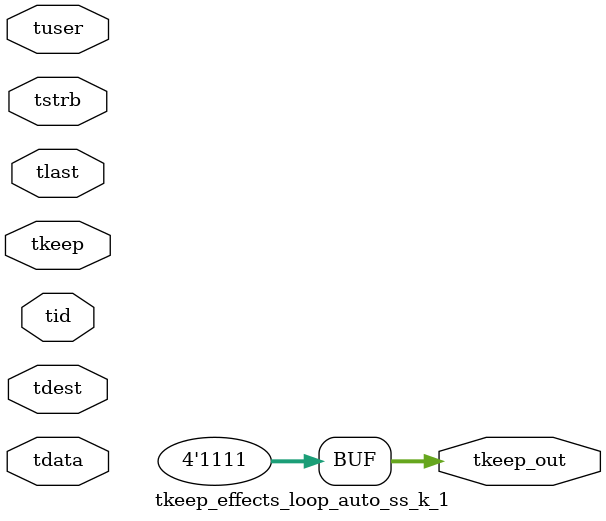
<source format=v>


`timescale 1ps/1ps

module tkeep_effects_loop_auto_ss_k_1 #
(
parameter C_S_AXIS_TDATA_WIDTH = 32,
parameter C_S_AXIS_TUSER_WIDTH = 0,
parameter C_S_AXIS_TID_WIDTH   = 0,
parameter C_S_AXIS_TDEST_WIDTH = 0,
parameter C_M_AXIS_TDATA_WIDTH = 32
)
(
input  [(C_S_AXIS_TDATA_WIDTH == 0 ? 1 : C_S_AXIS_TDATA_WIDTH)-1:0     ] tdata,
input  [(C_S_AXIS_TUSER_WIDTH == 0 ? 1 : C_S_AXIS_TUSER_WIDTH)-1:0     ] tuser,
input  [(C_S_AXIS_TID_WIDTH   == 0 ? 1 : C_S_AXIS_TID_WIDTH)-1:0       ] tid,
input  [(C_S_AXIS_TDEST_WIDTH == 0 ? 1 : C_S_AXIS_TDEST_WIDTH)-1:0     ] tdest,
input  [(C_S_AXIS_TDATA_WIDTH/8)-1:0 ] tkeep,
input  [(C_S_AXIS_TDATA_WIDTH/8)-1:0 ] tstrb,
input                                                                    tlast,
output [(C_M_AXIS_TDATA_WIDTH/8)-1:0 ] tkeep_out
);

assign tkeep_out = {8'b11111111};

endmodule


</source>
